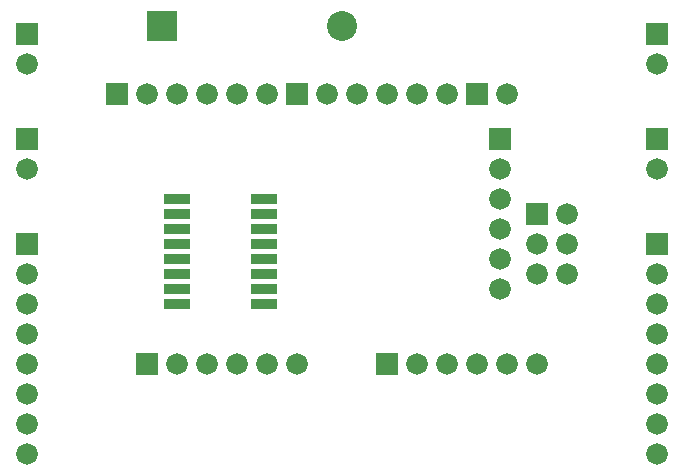
<source format=gts>
G75*
G70*
%OFA0B0*%
%FSLAX24Y24*%
%IPPOS*%
%LPD*%
%AMOC8*
5,1,8,0,0,1.08239X$1,22.5*
%
%ADD10R,0.0720X0.0720*%
%ADD11C,0.0720*%
%ADD12R,0.0880X0.0330*%
%ADD13R,0.1000X0.1000*%
%ADD14C,0.1000*%
D10*
X005661Y003911D03*
X001661Y007911D03*
X001661Y011411D03*
X004661Y012911D03*
X001661Y014911D03*
X010661Y012911D03*
X016661Y012911D03*
X017411Y011411D03*
X018661Y008911D03*
X022661Y007911D03*
X022661Y011411D03*
X022661Y014911D03*
X013661Y003911D03*
D11*
X001661Y000911D03*
X001661Y001911D03*
X001661Y002911D03*
X001661Y003911D03*
X001661Y004911D03*
X001661Y005911D03*
X001661Y006911D03*
X001661Y010411D03*
X005661Y012911D03*
X006661Y012911D03*
X007661Y012911D03*
X008661Y012911D03*
X009661Y012911D03*
X011661Y012911D03*
X012661Y012911D03*
X013661Y012911D03*
X014661Y012911D03*
X015661Y012911D03*
X017661Y012911D03*
X017411Y010411D03*
X017411Y009411D03*
X017411Y008411D03*
X017411Y007411D03*
X018661Y006911D03*
X019661Y006911D03*
X019661Y007911D03*
X018661Y007911D03*
X019661Y008911D03*
X022661Y010411D03*
X022661Y006911D03*
X022661Y005911D03*
X022661Y004911D03*
X022661Y003911D03*
X022661Y002911D03*
X022661Y001911D03*
X022661Y000911D03*
X018661Y003911D03*
X017661Y003911D03*
X016661Y003911D03*
X015661Y003911D03*
X014661Y003911D03*
X017411Y006411D03*
X010661Y003911D03*
X009661Y003911D03*
X008661Y003911D03*
X007661Y003911D03*
X006661Y003911D03*
X001661Y013911D03*
X022661Y013911D03*
D12*
X009561Y009411D03*
X009561Y008911D03*
X009561Y008411D03*
X009561Y007911D03*
X009561Y007411D03*
X009561Y006911D03*
X009561Y006411D03*
X009561Y005911D03*
X006661Y005911D03*
X006661Y006411D03*
X006661Y006911D03*
X006661Y007411D03*
X006661Y007911D03*
X006661Y008411D03*
X006661Y008911D03*
X006661Y009411D03*
D13*
X006161Y015161D03*
D14*
X012161Y015161D03*
M02*

</source>
